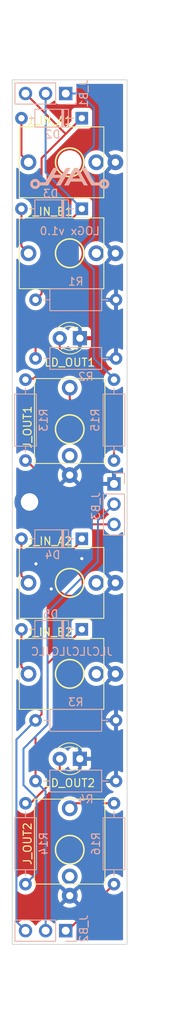
<source format=kicad_pcb>
(kicad_pcb (version 20211014) (generator pcbnew)
  (layers (0 "F.Cu" signal) (31 "B.Cu" signal) (34 "B.Paste" user) (35 "F.Paste" user) (36 "B.SilkS" user "B.Silkscreen") (37 "F.SilkS" user "F.Silkscreen") (38 "B.Mask" user) (39 "F.Mask" user) (44 "Edge.Cuts" user))
  (net 0 "")
  (net 1 "GND")
  (net 6 "Net-(J_B1-Pad1)")
  (net 7 "Net-(J_B2-Pad1)")
  (net 8 "Net-(D3-Pad1)")
  (net 9 "Net-(D2-Pad1)")
  (net 10 "Net-(J_OUT1-PadSIG)")
  (net 11 "Net-(J_OUT2-PadSIG)")
  (net 12 "Net-(J_B3-Pad2)")
  (net 13 "Net-(LD_OUT2-Pad2)")
  (net 14 "Net-(J_B3-Pad3)")
  (net 15 "Net-(LD_OUT1-Pad2)")
  (net 16 "Net-(D4-Pad1)")
  (net 17 "Net-(D5-Pad1)")
  (net 20 "Net-(D4-Pad2)")
  (net 21 "Net-(D5-Pad2)")
  (net 22 "Net-(D3-Pad2)")
  (net 23 "Net-(D2-Pad2)")
  (footprint "Eurorack:PJ301M-12" (layer "F.Cu") (at 42.926 102.87 90)
    (fp_text reference "J_IN_A2" (at 5.2324 -2.54 unlocked) (layer "F.SilkS"))
    (fp_text value "PJ301M-12" hide)
    (fp_rect (start -4.455 -6.362039) (end 4.445 4.305961) (layer "F.SilkS") (width 0.12) (fill none))
    (fp_circle (center 0 0) (end 1.796051 0) (layer "F.SilkS") (width 0.2) (fill none))
    (pad "GND" thru_hole circle (at 0 5.766 90) (size 2 2) (drill 0.9) (layers *.Cu *.Mask) (net 1 "GND"))
    (pad "SIG" thru_hole circle (at 0 -5.207 90) (size 2 2) (drill 1.15) (layers *.Cu *.Mask) (net 20 "Net-(D4-Pad2)"))
    (pad "SW" thru_hole circle (at 0 3.353 90) (size 2 2) (drill 1.14) (layers *.Cu *.Mask))
    (zone (net 0) (net_name "") (layer "F.Cu") (connect_pads (clearance 0)) (min_thickness 0.254)
      (keepout (tracks not_allowed) (vias not_allowed) (pads not_allowed) (copperpour not_allowed) (footprints allowed))
      (fill (thermal_gap 0.508) (thermal_bridge_width 0.508))
      (polygon (pts (xy 42.926 101.364859) (xy 42.680171 101.38507) (xy 42.440945 101.445159) (xy 42.214744 101.543514) (xy 42.007645 101.677492) (xy 41.82521 101.843496) (xy 41.672336 102.037068) (xy 41.553131 102.253008) (xy 41.470794 102.485518) (xy 41.427539 102.728354) (xy 41.424525 102.974993) (xy 41.461835 103.218813) (xy 41.538466 103.453266) (xy 41.65236 103.672054) (xy 41.800458 103.869303) (xy 41.978784 104.039714) (xy 42.182548 104.178712) (xy 42.406278 104.282564) (xy 42.643965 104.348481) (xy 42.889226 104.374692) (xy 43.135475 104.360493) (xy 43.376099 104.306266) (xy 43.604634 104.213468) (xy 43.814945 104.084589) (xy 44.001382 103.923092) (xy 44.158939 103.733313) (xy 44.283385 103.52035) (xy 44.371377 103.289921) (xy 44.420553 103.048215) (xy 44.429592 102.801722) (xy 44.39825 102.557064) (xy 44.32737 102.320809) (xy 44.218856 102.099303) (xy 44.075621 101.898495) (xy 43.901512 101.723777) (xy 43.701205 101.579842) (xy 43.480079 101.470555) (xy 43.244074 101.398851) (xy 42.999526 101.366656)))
    )
  )
  (footprint "Eurorack:PJ301M-12" (layer "F.Cu") (at 42.926 50.038 90)
    (fp_text reference "J_IN_A1" (at 5.2324 -2.54 unlocked) (layer "F.SilkS"))
    (fp_text value "PJ301M-12" hide)
    (fp_rect (start -4.455 -6.362039) (end 4.445 4.305961) (layer "F.SilkS") (width 0.12) (fill none))
    (fp_circle (center 0 0) (end 1.796051 0) (layer "F.SilkS") (width 0.2) (fill none))
    (pad "GND" thru_hole circle (at 0 5.766 90) (size 2 2) (drill 0.9) (layers *.Cu *.Mask) (net 1 "GND"))
    (pad "SIG" thru_hole circle (at 0 -5.207 90) (size 2 2) (drill 1.15) (layers *.Cu *.Mask) (net 23 "Net-(D2-Pad2)"))
    (pad "SW" thru_hole circle (at 0 3.353 90) (size 2 2) (drill 1.14) (layers *.Cu *.Mask))
    (zone (net 0) (net_name "") (layer "F.Cu") (connect_pads (clearance 0)) (min_thickness 0.254)
      (keepout (tracks not_allowed) (vias not_allowed) (pads not_allowed) (copperpour not_allowed) (footprints allowed))
      (fill (thermal_gap 0.508) (thermal_bridge_width 0.508))
      (polygon (pts (xy 42.926 48.532859) (xy 42.680171 48.55307) (xy 42.440945 48.613159) (xy 42.214744 48.711514) (xy 42.007645 48.845492) (xy 41.82521 49.011496) (xy 41.672336 49.205068) (xy 41.553131 49.421008) (xy 41.470794 49.653518) (xy 41.427539 49.896354) (xy 41.424525 50.142993) (xy 41.461835 50.386813) (xy 41.538466 50.621266) (xy 41.65236 50.840054) (xy 41.800458 51.037303) (xy 41.978784 51.207714) (xy 42.182548 51.346712) (xy 42.406278 51.450564) (xy 42.643965 51.516481) (xy 42.889226 51.542692) (xy 43.135475 51.528493) (xy 43.376099 51.474266) (xy 43.604634 51.381468) (xy 43.814945 51.252589) (xy 44.001382 51.091092) (xy 44.158939 50.901313) (xy 44.283385 50.68835) (xy 44.371377 50.457921) (xy 44.420553 50.216215) (xy 44.429592 49.969722) (xy 44.39825 49.725064) (xy 44.32737 49.488809) (xy 44.218856 49.267303) (xy 44.075621 49.066495) (xy 43.901512 48.891777) (xy 43.701205 48.747842) (xy 43.480079 48.638555) (xy 43.244074 48.566851) (xy 42.999526 48.534656)))
    )
  )
  (footprint "LED_THT:LED_D3.0mm_FlatTop" (layer "F.Cu") (at 44.201 124.968 180)
    (fp_text reference "LD_OUT2" (at 1.275 -3.048) (layer "F.SilkS"))
    (fp_text value "LED")
    (fp_line (start -0.29 -1.236) (end -0.29 -1.08) (layer "F.SilkS") (width 0.12))
    (fp_line (start -0.29 1.08) (end -0.29 1.236) (layer "F.SilkS") (width 0.12))
    (fp_arc (start 0.229039 -1.08) (mid 1.270117 -1.5) (end 2.31113 -1.079837) (layer "F.SilkS") (width 0.12))
    (fp_arc (start 2.942335 1.078608) (mid 1.366487 1.987659) (end -0.29 1.235516) (layer "F.SilkS") (width 0.12))
    (fp_arc (start 2.31113 1.079837) (mid 1.270117 1.5) (end 0.229039 1.08) (layer "F.SilkS") (width 0.12))
    (fp_arc (start -0.29 -1.235516) (mid 1.366487 -1.987659) (end 2.942335 -1.078608) (layer "F.SilkS") (width 0.12))
    (pad "1" thru_hole rect (at 0 0 180) (size 1.8 1.8) (drill 0.9) (layers *.Cu *.Mask) (net 1 "GND"))
    (pad "2" thru_hole circle (at 2.54 0 180) (size 1.8 1.8) (drill 0.9) (layers *.Cu *.Mask) (net 13 "Net-(LD_OUT2-Pad2)"))
  )
  (footprint "Eurorack:PJ301M-12" (layer "F.Cu") (at 42.926 136.398)
    (fp_text reference "J_OUT2" (at -5.334 -0.762 90 unlocked) (layer "F.SilkS"))
    (fp_text value "PJ301M-12" hide)
    (fp_rect (start -4.455 -6.362039) (end 4.445 4.305961) (layer "F.SilkS") (width 0.12) (fill none))
    (fp_circle (center 0 0) (end 1.796051 0) (layer "F.SilkS") (width 0.2) (fill none))
    (pad "GND" thru_hole circle (at 0 5.766) (size 2 2) (drill 0.9) (layers *.Cu *.Mask) (net 1 "GND"))
    (pad "SIG" thru_hole circle (at 0 -5.207) (size 2 2) (drill 1.15) (layers *.Cu *.Mask) (net 11 "Net-(J_OUT2-PadSIG)"))
    (pad "SW" thru_hole circle (at 0 3.353) (size 2 2) (drill 1.14) (layers *.Cu *.Mask))
    (zone (net 0) (net_name "") (layer "F.Cu") (connect_pads (clearance 0)) (min_thickness 0.254)
      (keepout (tracks not_allowed) (vias not_allowed) (pads not_allowed) (copperpour not_allowed) (footprints allowed))
      (fill (thermal_gap 0.508) (thermal_bridge_width 0.508))
      (polygon (pts (xy 44.431141 136.398) (xy 44.41093 136.152171) (xy 44.350841 135.912945) (xy 44.252486 135.686744) (xy 44.118508 135.479645) (xy 43.952504 135.29721) (xy 43.758932 135.144336) (xy 43.542992 135.025131) (xy 43.310482 134.942794) (xy 43.067646 134.899539) (xy 42.821007 134.896525) (xy 42.577187 134.933835) (xy 42.342734 135.010466) (xy 42.123946 135.12436) (xy 41.926697 135.272458) (xy 41.756286 135.450784) (xy 41.617288 135.654548) (xy 41.513436 135.878278) (xy 41.447519 136.115965) (xy 41.421308 136.361226) (xy 41.435507 136.607475) (xy 41.489734 136.848099) (xy 41.582532 137.076634) (xy 41.711411 137.286945) (xy 41.872908 137.473382) (xy 42.062687 137.630939) (xy 42.27565 137.755385) (xy 42.506079 137.843377) (xy 42.747785 137.892553) (xy 42.994278 137.901592) (xy 43.238936 137.87025) (xy 43.475191 137.79937) (xy 43.696697 137.690856) (xy 43.897505 137.547621) (xy 44.072223 137.373512) (xy 44.216158 137.173205) (xy 44.325445 136.952079) (xy 44.397149 136.716074) (xy 44.429344 136.471526)))
    )
  )
  (footprint "Eurorack:PJ301M-12" (layer "F.Cu") (at 42.926 61.468 90)
    (fp_text reference "J_IN_B1" (at 5.2324 -2.54 unlocked) (layer "F.SilkS"))
    (fp_text value "PJ301M-12" hide)
    (fp_rect (start -4.455 -6.362039) (end 4.445 4.305961) (layer "F.SilkS") (width 0.12) (fill none))
    (fp_circle (center 0 0) (end 1.796051 0) (layer "F.SilkS") (width 0.2) (fill none))
    (pad "GND" thru_hole circle (at 0 5.766 90) (size 2 2) (drill 0.9) (layers *.Cu *.Mask) (net 1 "GND"))
    (pad "SIG" thru_hole circle (at 0 -5.207 90) (size 2 2) (drill 1.15) (layers *.Cu *.Mask) (net 22 "Net-(D3-Pad2)"))
    (pad "SW" thru_hole circle (at 0 3.353 90) (size 2 2) (drill 1.14) (layers *.Cu *.Mask))
    (zone (net 0) (net_name "") (layer "F.Cu") (connect_pads (clearance 0)) (min_thickness 0.254)
      (keepout (tracks not_allowed) (vias not_allowed) (pads not_allowed) (copperpour not_allowed) (footprints allowed))
      (fill (thermal_gap 0.508) (thermal_bridge_width 0.508))
      (polygon (pts (xy 42.926 59.962859) (xy 42.680171 59.98307) (xy 42.440945 60.043159) (xy 42.214744 60.141514) (xy 42.007645 60.275492) (xy 41.82521 60.441496) (xy 41.672336 60.635068) (xy 41.553131 60.851008) (xy 41.470794 61.083518) (xy 41.427539 61.326354) (xy 41.424525 61.572993) (xy 41.461835 61.816813) (xy 41.538466 62.051266) (xy 41.65236 62.270054) (xy 41.800458 62.467303) (xy 41.978784 62.637714) (xy 42.182548 62.776712) (xy 42.406278 62.880564) (xy 42.643965 62.946481) (xy 42.889226 62.972692) (xy 43.135475 62.958493) (xy 43.376099 62.904266) (xy 43.604634 62.811468) (xy 43.814945 62.682589) (xy 44.001382 62.521092) (xy 44.158939 62.331313) (xy 44.283385 62.11835) (xy 44.371377 61.887921) (xy 44.420553 61.646215) (xy 44.429592 61.399722) (xy 44.39825 61.155064) (xy 44.32737 60.918809) (xy 44.218856 60.697303) (xy 44.075621 60.496495) (xy 43.901512 60.321777) (xy 43.701205 60.177842) (xy 43.480079 60.068555) (xy 43.244074 59.996851) (xy 42.999526 59.964656)))
    )
  )
  (footprint "LED_THT:LED_D3.0mm_FlatTop" (layer "F.Cu") (at 44.206 72.136 180)
    (fp_text reference "LD_OUT1" (at 1.275 -3.048) (layer "F.SilkS"))
    (fp_text value "LED")
    (fp_line (start -0.29 -1.236) (end -0.29 -1.08) (layer "F.SilkS") (width 0.12))
    (fp_line (start -0.29 1.08) (end -0.29 1.236) (layer "F.SilkS") (width 0.12))
    (fp_arc (start 0.229039 -1.08) (mid 1.270117 -1.5) (end 2.31113 -1.079837) (layer "F.SilkS") (width 0.12))
    (fp_arc (start 2.31113 1.079837) (mid 1.270117 1.5) (end 0.229039 1.08) (layer "F.SilkS") (width 0.12))
    (fp_arc (start 2.942335 1.078608) (mid 1.366487 1.987659) (end -0.29 1.235516) (layer "F.SilkS") (width 0.12))
    (fp_arc (start -0.29 -1.235516) (mid 1.366487 -1.987659) (end 2.942335 -1.078608) (layer "F.SilkS") (width 0.12))
    (pad "1" thru_hole rect (at 0 0 180) (size 1.8 1.8) (drill 0.9) (layers *.Cu *.Mask) (net 1 "GND"))
    (pad "2" thru_hole circle (at 2.54 0 180) (size 1.8 1.8) (drill 0.9) (layers *.Cu *.Mask) (net 15 "Net-(LD_OUT1-Pad2)"))
  )
  (footprint "Eurorack:M2 Screw Hole" (layer "F.Cu") (at 37.846 92.71)
    (fp_text reference "REF**" hide)
    (fp_text value "M2 Screw Hole" hide)
    (pad "" thru_hole circle (at 0 0) (size 3.8 3.8) (drill 2.2) (layers *.Cu *.Mask) (net 1 "GND"))
  )
  (footprint "Eurorack:PJ301M-12" (layer "F.Cu") (at 42.926 114.3 90)
    (fp_text reference "J_IN_B2" (at 5.2324 -2.54 unlocked) (layer "F.SilkS"))
    (fp_text value "PJ301M-12" hide)
    (fp_rect (start -4.455 -6.362039) (end 4.445 4.305961) (layer "F.SilkS") (width 0.12) (fill none))
    (fp_circle (center 0 0) (end 1.796051 0) (layer "F.SilkS") (width 0.2) (fill none))
    (pad "GND" thru_hole circle (at 0 5.766 90) (size 2 2) (drill 0.9) (layers *.Cu *.Mask) (net 1 "GND"))
    (pad "SIG" thru_hole circle (at 0 -5.207 90) (size 2 2) (drill 1.15) (layers *.Cu *.Mask) (net 21 "Net-(D5-Pad2)"))
    (pad "SW" thru_hole circle (at 0 3.353 90) (size 2 2) (drill 1.14) (layers *.Cu *.Mask))
    (zone (net 0) (net_name "") (layer "F.Cu") (connect_pads (clearance 0)) (min_thickness 0.254)
      (keepout (tracks not_allowed) (vias not_allowed) (pads not_allowed) (copperpour not_allowed) (footprints allowed))
      (fill (thermal_gap 0.508) (thermal_bridge_width 0.508))
      (polygon (pts (xy 42.926 112.794859) (xy 42.680171 112.81507) (xy 42.440945 112.875159) (xy 42.214744 112.973514) (xy 42.007645 113.107492) (xy 41.82521 113.273496) (xy 41.672336 113.467068) (xy 41.553131 113.683008) (xy 41.470794 113.915518) (xy 41.427539 114.158354) (xy 41.424525 114.404993) (xy 41.461835 114.648813) (xy 41.538466 114.883266) (xy 41.65236 115.102054) (xy 41.800458 115.299303) (xy 41.978784 115.469714) (xy 42.182548 115.608712) (xy 42.406278 115.712564) (xy 42.643965 115.778481) (xy 42.889226 115.804692) (xy 43.135475 115.790493) (xy 43.376099 115.736266) (xy 43.604634 115.643468) (xy 43.814945 115.514589) (xy 44.001382 115.353092) (xy 44.158939 115.163313) (xy 44.283385 114.95035) (xy 44.371377 114.719921) (xy 44.420553 114.478215) (xy 44.429592 114.231722) (xy 44.39825 113.987064) (xy 44.32737 113.750809) (xy 44.218856 113.529303) (xy 44.075621 113.328495) (xy 43.901512 113.153777) (xy 43.701205 113.009842) (xy 43.480079 112.900555) (xy 43.244074 112.828851) (xy 42.999526 112.796656)))
    )
  )
  (footprint "Eurorack:PJ301M-12" (layer "F.Cu") (at 42.926 83.566)
    (fp_text reference "J_OUT1" (at -5.334 -0.254 90 unlocked) (layer "F.SilkS"))
    (fp_text value "PJ301M-12" hide)
    (fp_rect (start -4.455 -6.362039) (end 4.445 4.305961) (layer "F.SilkS") (width 0.12) (fill none))
    (fp_circle (center 0 0) (end 1.796051 0) (layer "F.SilkS") (width 0.2) (fill none))
    (pad "GND" thru_hole circle (at 0 5.766) (size 2 2) (drill 0.9) (layers *.Cu *.Mask) (net 1 "GND"))
    (pad "SIG" thru_hole circle (at 0 -5.207) (size 2 2) (drill 1.15) (layers *.Cu *.Mask) (net 10 "Net-(J_OUT1-PadSIG)"))
    (pad "SW" thru_hole circle (at 0 3.353) (size 2 2) (drill 1.14) (layers *.Cu *.Mask))
    (zone (net 0) (net_name "") (layer "F.Cu") (connect_pads (clearance 0)) (min_thickness 0.254)
      (keepout (tracks not_allowed) (vias not_allowed) (pads not_allowed) (copperpour not_allowed) (footprints allowed))
      (fill (thermal_gap 0.508) (thermal_bridge_width 0.508))
      (polygon (pts (xy 44.431141 83.566) (xy 44.41093 83.320171) (xy 44.350841 83.080945) (xy 44.252486 82.854744) (xy 44.118508 82.647645) (xy 43.952504 82.46521) (xy 43.758932 82.312336) (xy 43.542992 82.193131) (xy 43.310482 82.110794) (xy 43.067646 82.067539) (xy 42.821007 82.064525) (xy 42.577187 82.101835) (xy 42.342734 82.178466) (xy 42.123946 82.29236) (xy 41.926697 82.440458) (xy 41.756286 82.618784) (xy 41.617288 82.822548) (xy 41.513436 83.046278) (xy 41.447519 83.283965) (xy 41.421308 83.529226) (xy 41.435507 83.775475) (xy 41.489734 84.016099) (xy 41.582532 84.244634) (xy 41.711411 84.454945) (xy 41.872908 84.641382) (xy 42.062687 84.798939) (xy 42.27565 84.923385) (xy 42.506079 85.011377) (xy 42.747785 85.060553) (xy 42.994278 85.069592) (xy 43.238936 85.03825) (xy 43.475191 84.96737) (xy 43.696697 84.858856) (xy 43.897505 84.715621) (xy 44.072223 84.541512) (xy 44.216158 84.341205) (xy 44.325445 84.120079) (xy 44.397149 83.884074) (xy 44.429344 83.639526)))
    )
  )
  (footprint "Resistor_THT:R_Axial_DIN0207_L6.3mm_D2.5mm_P10.16mm_Horizontal" (layer "B.Cu") (at 48.514 140.716 90)
    (fp_text reference "R16" (at 5.08 -2.286 90) (layer "B.SilkS") (effects (justify mirror)))
    (fp_text value "1k")
    (fp_line (start 8.35 -1.37) (end 8.35 1.37) (layer "B.SilkS") (width 0.12))
    (fp_line (start 8.35 1.37) (end 1.81 1.37) (layer "B.SilkS") (width 0.12))
    (fp_line (start 1.81 1.37) (end 1.81 -1.37) (layer "B.SilkS") (width 0.12))
    (fp_line (start 1.81 -1.37) (end 8.35 -1.37) (layer "B.SilkS") (width 0.12))
    (fp_line (start 9.12 0) (end 8.35 0) (layer "B.SilkS") (width 0.12))
    (fp_line (start 1.04 0) (end 1.81 0) (layer "B.SilkS") (width 0.12))
    (pad "1" thru_hole circle (at 0 0 90) (size 1.6 1.6) (drill 0.8) (layers *.Cu *.Mask) (net 7 "Net-(J_B2-Pad1)"))
    (pad "2" thru_hole oval (at 10.16 0 90) (size 1.6 1.6) (drill 0.8) (layers *.Cu *.Mask) (net 11 "Net-(J_OUT2-PadSIG)"))
  )
  (footprint "Diode_THT:D_DO-35_SOD27_P7.62mm_Horizontal" (layer "B.Cu") (at 44.45 97.3328 180)
    (fp_text reference "D4" (at 3.683 -2.032 180) (layer "B.SilkS") (effects (justify mirror)))
    (fp_text value "1N4148")
    (fp_line (start 1.69 1.12) (end 1.69 -1.12) (layer "B.SilkS") (width 0.12))
    (fp_line (start 1.04 0) (end 1.69 0) (layer "B.SilkS") (width 0.12))
    (fp_line (start 2.41 1.12) (end 2.41 -1.12) (layer "B.SilkS") (width 0.12))
    (fp_line (start 2.29 1.12) (end 2.29 -1.12) (layer "B.SilkS") (width 0.12))
    (fp_line (start 1.69 -1.12) (end 5.93 -1.12) (layer "B.SilkS") (width 0.12))
    (fp_line (start 6.58 0) (end 5.93 0) (layer "B.SilkS") (width 0.12))
    (fp_line (start 5.93 1.12) (end 1.69 1.12) (layer "B.SilkS") (width 0.12))
    (fp_line (start 2.53 1.12) (end 2.53 -1.12) (layer "B.SilkS") (width 0.12))
    (fp_line (start 5.93 -1.12) (end 5.93 1.12) (layer "B.SilkS") (width 0.12))
    (pad "1" thru_hole rect (at 0 0 180) (size 1.6 1.6) (drill 0.8) (layers *.Cu *.Mask) (net 16 "Net-(D4-Pad1)"))
    (pad "2" thru_hole oval (at 7.62 0 180) (size 1.6 1.6) (drill 0.8) (layers *.Cu *.Mask) (net 20 "Net-(D4-Pad2)"))
  )
  (footprint "Logos:Avalon Harmonics Small 10mm" (layer "B.Cu") (at 42.926 52.07 180)
    (fp_text reference "G***" hide)
    (fp_text value "LOGO" hide)
    (fp_poly (pts (xy 0.079214 0.227091) (xy 0.134256 0.131095) (xy 0.188032 0.037276) (xy 0.240338 -0.054013) (xy 0.290972 -0.142414) (xy 0.33973 -0.227574) (xy 0.386409 -0.309134) (xy 0.430806 -0.386741) (xy 0.472718 -0.460038) (xy 0.511941 -0.528669) (xy 0.548273 -0.592279) (xy 0.581509 -0.650513) (xy 0.611448 -0.703013) (xy 0.637885 -0.749426) (xy 0.660618 -0.789394) (xy 0.679444 -0.822562) (xy 0.694158 -0.848575) (xy 0.704559 -0.867077) (xy 0.710442 -0.877711) (xy 0.711763 -0.880283) (xy 0.711837 -0.882078) (xy 0.71049 -0.883604) (xy 0.706995 -0.884881) (xy 0.700627 -0.885932) (xy 0.69066 -0.886779) (xy 0.676367 -0.887444) (xy 0.657023 -0.887948) (xy 0.631901 -0.888313) (xy 0.600275 -0.888562) (xy 0.56142 -0.888716) (xy 0.514608 -0.888797) (xy 0.459115 -0.888827) (xy 0.428224 -0.88883) (xy 0.142292 -0.88883) (xy 0.133055 -0.875399) (xy 0.128991 -0.868639) (xy 0.12071 -0.854153) (xy 0.108682 -0.832783) (xy 0.093376 -0.805375) (xy 0.07526 -0.77277) (xy 0.054805 -0.735813) (xy 0.032479 -0.695348) (xy 0.008751 -0.652217) (xy -0.002787 -0.631199) (xy -0.129392 -0.400429) (xy -0.830212 -0.401666) (xy -1.531033 -0.402904) (xy -1.658008 -0.640212) (xy -1.681852 -0.684744) (xy -1.704378 -0.726755) (xy -1.725154 -0.765444) (xy -1.743748 -0.80001) (xy -1.759728 -0.829649) (xy -1.772662 -0.853561) (xy -1.782118 -0.870944) (xy -1.787663 -0.880996) (xy -1.788935 -0.883175) (xy -1.794381 -0.884259) (xy -1.808401 -0.885243) (xy -1.829893 -0.886123) (xy -1.857756 -0.886896) (xy -1.890887 -0.887558) (xy -1.928184 -0.888105) (xy -1.968546 -0.888535) (xy -2.010869 -0.888843) (xy -2.054053 -0.889025) (xy -2.096995 -0.889079) (xy -2.138593 -0.889) (xy -2.177745 -0.888785) (xy -2.213349 -0.88843) (xy -2.244303 -0.887932) (xy -2.269505 -0.887287) (xy -2.287853 -0.886492) (xy -2.298245 -0.885542) (xy -2.300212 -0.884849) (xy -2.297839 -0.880307) (xy -2.290853 -0.867621) (xy -2.279455 -0.847145) (xy -2.263844 -0.819234) (xy -2.244221 -0.784242) (xy -2.220786 -0.742526) (xy -2.193738 -0.694438) (xy -2.163277 -0.640335) (xy -2.129604 -0.580571) (xy -2.092918 -0.5155) (xy -2.05342 -0.445478) (xy -2.01131 -0.370859) (xy -1.966787 -0.291999) (xy -1.920052 -0.209251) (xy -1.871304 -0.122971) (xy -1.820744 -0.033514) (xy -1.799726 0.003662) (xy -1.307377 0.003662) (xy -1.302892 0.003148) (xy -1.289294 0.002655) (xy -1.267238 0.002189) (xy -1.237378 0.001754) (xy -1.200369 0.001355) (xy -1.156865 0.000998) (xy -1.107521 0.000688) (xy -1.052992 0.000429) (xy -0.993932 0.000226) (xy -0.930995 0.000085) (xy -0.864837 0.000011) (xy -0.827549 0) (xy -0.748188 0.000007) (xy -0.678034 0.000034) (xy -0.616527 0.000093) (xy -0.563106 0.000191) (xy -0.517211 0.00034) (xy -0.478282 0.00055) (xy -0.445759 0.000829) (xy -0.41908 0.001189) (xy -0.397686 0.001639) (xy -0.381017 0.002188) (xy -0.368511 0.002847) (xy -0.35961 0.003626) (xy -0.353751 0.004535) (xy -0.350376 0.005583) (xy -0.348924 0.00678) (xy -0.348834 0.008137) (xy -0.348941 0.008456) (xy -0.351827 0.01437) (xy -0.358834 0.028025) (xy -0.3695 0.048537) (xy -0.383359 0.075024) (xy -0.39995 0.106601) (xy -0.418809 0.142385) (xy -0.439472 0.181492) (xy -0.460988 0.222117) (xy -0.486515 0.270262) (xy -0.515534 0.324993) (xy -0.54696 0.384262) (xy -0.579708 0.446025) (xy -0.612694 0.508238) (xy -0.644834 0.568854) (xy -0.675044 0.62583) (xy -0.693537 0.660708) (xy -0.721627 0.713558) (xy -0.745547 0.758261) (xy -0.765603 0.795354) (xy -0.782099 0.825371) (xy -0.79534 0.848849) (xy -0.805632 0.866322) (xy -0.813281 0.878326) (xy -0.818591 0.885397) (xy -0.821867 0.888071) (xy -0.822973 0.887799) (xy -0.826055 0.882718) (xy -0.833487 0.869639) (xy -0.844949 0.84914) (xy -0.860122 0.821801) (xy -0.878687 0.788202) (xy -0.900324 0.748924) (xy -0.924715 0.704546) (xy -0.95154 0.655648) (xy -0.98048 0.60281) (xy -1.011215 0.546612) (xy -1.043428 0.487634) (xy -1.067007 0.444414) (xy -1.100009 0.383894) (xy -1.131696 0.325787) (xy -1.161755 0.270666) (xy -1.189871 0.219107) (xy -1.215733 0.171685) (xy -1.239025 0.128975) (xy -1.259435 0.091551) (xy -1.276649 0.05999) (xy -1.290353 0.034864) (xy -1.300234 0.01675) (xy -1.305979 0.006222) (xy -1.307377 0.003662) (xy -1.799726 0.003662) (xy -1.768572 0.058766) (xy -1.714987 0.153514) (xy -1.675947 0.222525) (xy -1.051683 1.325918) (xy -0.550942 1.325918)) (layer "B.SilkS") (width 0) (fill solid))
    (fp_poly (pts (xy -1.87207 1.327501) (xy -1.82226 1.327375) (xy -1.771507 1.327185) (xy -1.479661 1.325918) (xy -2.102928 0.224649) (xy -2.157419 0.128397) (xy -2.210695 0.034346) (xy -2.262554 -0.057147) (xy -2.312792 -0.145727) (xy -2.361207 -0.231036) (xy -2.407596 -0.312719) (xy -2.451756 -0.390419) (xy -2.493483 -0.463781) (xy -2.532575 -0.532447) (xy -2.568828 -0.596061) (xy -2.60204 -0.654268) (xy -2.632007 -0.70671) (xy -2.658527 -0.753032) (xy -2.681397 -0.792877) (xy -2.700413 -0.825888) (xy -2.715372 -0.851711) (xy -2.726071 -0.869987) (xy -2.732309 -0.880361) (xy -2.733903 -0.882725) (xy -2.737115 -0.883747) (xy -2.744335 -0.884657) (xy -2.756031 -0.88546) (xy -2.77267 -0.886161) (xy -2.79472 -0.886767) (xy -2.822649 -0.887282) (xy -2.856923 -0.887713) (xy -2.89801 -0.888065) (xy -2.946379 -0.888342) (xy -3.002495 -0.888552) (xy -3.066828 -0.888699) (xy -3.139844 -0.888789) (xy -3.22201 -0.888827) (xy -3.250181 -0.88883) (xy -3.758752 -0.88883) (xy -3.774074 -0.929165) (xy -3.804344 -0.995334) (xy -3.843004 -1.057481) (xy -3.889275 -1.114946) (xy -3.942376 -1.167069) (xy -4.001527 -1.213189) (xy -4.065947 -1.252647) (xy -4.134856 -1.284781) (xy -4.207475 -1.308931) (xy -4.229264 -1.314381) (xy -4.252967 -1.318544) (xy -4.283528 -1.32197) (xy -4.318337 -1.324553) (xy -4.354784 -1.326188) (xy -4.390261 -1.326771) (xy -4.422157 -1.326196) (xy -4.447863 -1.324359) (xy -4.454584 -1.323451) (xy -4.532567 -1.306326) (xy -4.606473 -1.280629) (xy -4.675771 -1.24686) (xy -4.739931 -1.205519) (xy -4.798422 -1.157107) (xy -4.850712 -1.102122) (xy -4.89627 -1.041066) (xy -4.934566 -0.974438) (xy -4.965069 -0.90274) (xy -4.987247 -0.82647) (xy -4.988587 -0.820458) (xy -4.994022 -0.787315) (xy -4.997683 -0.747771) (xy -4.999487 -0.705045) (xy -4.999443 -0.691041) (xy -4.641204 -0.691041) (xy -4.636772 -0.743233) (xy -4.623237 -0.791966) (xy -4.600734 -0.836914) (xy -4.569401 -0.877754) (xy -4.557245 -0.890181) (xy -4.516528 -0.92304) (xy -4.471813 -0.947351) (xy -4.424108 -0.962872) (xy -4.374423 -0.969358) (xy -4.323768 -0.966569) (xy -4.280542 -0.956673) (xy -4.234505 -0.937318) (xy -4.192866 -0.90977) (xy -4.156596 -0.874985) (xy -4.126664 -0.833917) (xy -4.104042 -0.78752) (xy -4.101495 -0.7806) (xy -4.094633 -0.753061) (xy -4.090676 -0.719651) (xy -4.089666 -0.683817) (xy -4.091644 -0.649007) (xy -4.096651 -0.61867) (xy -4.099438 -0.60878) (xy -4.119298 -0.563324) (xy -4.147243 -0.521639) (xy -4.181947 -0.485078) (xy -4.222086 -0.454996) (xy -4.266337 -0.432747) (xy -4.274571 -0.429702) (xy -4.307143 -0.421371) (xy -4.344306 -0.416789) (xy -4.382164 -0.41614) (xy -4.416824 -0.41961) (xy -4.429494 -0.422341) (xy -4.475692 -0.438022) (xy -4.515848 -0.4599) (xy -4.552425 -0.489374) (xy -4.55892 -0.495694) (xy -4.592868 -0.535225) (xy -4.617538 -0.577094) (xy -4.633318 -0.622219) (xy -4.640591 -0.671514) (xy -4.641204 -0.691041) (xy -4.999443 -0.691041) (xy -4.999353 -0.662356) (xy -4.997198 -0.622922) (xy -4.994278 -0.597892) (xy -4.977785 -0.521332) (xy -4.952627 -0.448609) (xy -4.919339 -0.380274) (xy -4.878455 -0.316878) (xy -4.830506 -0.258971) (xy -4.776028 -0.207103) (xy -4.715553 -0.161824) (xy -4.649616 -0.123685) (xy -4.578749 -0.093236) (xy -4.503486 -0.071027) (xy -4.478331 -0.065706) (xy -4.434658 -0.059723) (xy -4.385446 -0.056955) (xy -4.334367 -0.057369) (xy -4.285095 -0.060932) (xy -4.2413 -0.067613) (xy -4.240332 -0.067814) (xy -4.162289 -0.089013) (xy -4.088289 -0.119086) (xy -4.018012 -0.158164) (xy -4.007441 -0.165029) (xy -3.984397 -0.182181) (xy -3.957543 -0.205181) (xy -3.928881 -0.232027) (xy -3.900413 -0.260718) (xy -3.874141 -0.289251) (xy -3.852068 -0.315624) (xy -3.83907 -0.333384) (xy -3.82465 -0.356465) (xy -3.80905 -0.383862) (xy -3.793722 -0.412791) (xy -3.780116 -0.440464) (xy -3.769685 -0.464097) (xy -3.766188 -0.473311) (xy -3.760939 -0.488368) (xy -3.429816 -0.488153) (xy -3.098693 -0.487939) (xy -2.5861 0.418316) (xy -2.536771 0.505495) (xy -2.488688 0.590411) (xy -2.442072 0.672671) (xy -2.397147 0.751885) (xy -2.354136 0.827662) (xy -2.313261 0.89961) (xy -2.274746 0.967339) (xy -2.238813 1.030458) (xy -2.205685 1.088574) (xy -2.175586 1.141298) (xy -2.148738 1.188238) (xy -2.125365 1.229003) (xy -2.105688 1.263202) (xy -2.089932 1.290443) (xy -2.078319 1.310336) (xy -2.071072 1.322489) (xy -2.06843 1.326511) (xy -2.062756 1.32684) (xy -2.048181 1.327109) (xy -2.025569 1.327317) (xy -1.995787 1.327462) (xy -1.959699 1.327543) (xy -1.918172 1.327556)) (layer "B.SilkS") (width 0) (fill solid))
    (fp_poly (pts (xy 1.946635 1.327518) (xy 1.982523 1.327424) (xy 2.012075 1.327262) (xy 2.034427 1.327036) (xy 2.048711 1.326748) (xy 2.054029 1.326415) (xy 2.056934 1.322044) (xy 2.064465 1.309583) (xy 2.076396 1.289424) (xy 2.092504 1.261954) (xy 2.112562 1.227564) (xy 2.136347 1.186642) (xy 2.163633 1.139578) (xy 2.194195 1.086761) (xy 2.227809 1.02858) (xy 2.264249 0.965425) (xy 2.30329 0.897685) (xy 2.344708 0.825749) (xy 2.388279 0.750006) (xy 2.433776 0.670846) (xy 2.480975 0.588657) (xy 2.529651 0.50383) (xy 2.578861 0.418006) (xy 3.098368 -0.488368) (xy 3.760939 -0.488368) (xy 3.766188 -0.473311) (xy 3.774547 -0.452657) (xy 3.786788 -0.426604) (xy 3.801457 -0.397939) (xy 3.817106 -0.369447) (xy 3.832282 -0.343915) (xy 3.83907 -0.333384) (xy 3.856514 -0.310043) (xy 3.879721 -0.282986) (xy 3.906687 -0.254215) (xy 3.935407 -0.225736) (xy 3.963876 -0.199551) (xy 3.990091 -0.177666) (xy 4.007537 -0.164965) (xy 4.076138 -0.12475) (xy 4.146404 -0.094049) (xy 4.219001 -0.072661) (xy 4.294595 -0.060382) (xy 4.363565 -0.056953) (xy 4.443673 -0.061447) (xy 4.520348 -0.075079) (xy 4.59346 -0.097796) (xy 4.66288 -0.129544) (xy 4.72848 -0.17027) (xy 4.790129 -0.219919) (xy 4.815423 -0.24403) (xy 4.867287 -0.30277) (xy 4.911309 -0.367196) (xy 4.947247 -0.436859) (xy 4.974858 -0.511309) (xy 4.989206 -0.566507) (xy 4.993963 -0.596515) (xy 4.997106 -0.633317) (xy 4.998631 -0.674085) (xy 4.998534 -0.715992) (xy 4.996812 -0.756212) (xy 4.993461 -0.791918) (xy 4.989552 -0.815574) (xy 4.968233 -0.893625) (xy 4.938811 -0.966272) (xy 4.901146 -1.033766) (xy 4.855099 -1.096357) (xy 4.801989 -1.152912) (xy 4.741292 -1.204134) (xy 4.675818 -1.246846) (xy 4.605513 -1.281076) (xy 4.530322 -1.306853) (xy 4.492982 -1.316122) (xy 4.477604 -1.318611) (xy 4.455698 -1.320993) (xy 4.429367 -1.32316) (xy 4.400712 -1.325005) (xy 4.371837 -1.32642) (xy 4.344845 -1.327298) (xy 4.321839 -1.327532) (xy 4.304921 -1.327014) (xy 4.297635 -1.326102) (xy 4.28945 -1.324514) (xy 4.274626 -1.321937) (xy 4.256177 -1.318894) (xy 4.253682 -1.318493) (xy 4.195155 -1.305321) (xy 4.134701 -1.28472) (xy 4.075037 -1.257854) (xy 4.01888 -1.225885) (xy 3.988131 -1.204835) (xy 3.935209 -1.160892) (xy 3.886322 -1.110433) (xy 3.842792 -1.055192) (xy 3.80594 -0.9969) (xy 3.777091 -0.937289) (xy 3.770175 -0.919352) (xy 3.759122 -0.88883) (xy 3.249781 -0.88883) (xy 3.166047 -0.888811) (xy 3.09157 -0.888753) (xy 3.025841 -0.888648) (xy 2.968348 -0.888489) (xy 2.918582 -0.88827) (xy 2.876033 -0.887985) (xy 2.84019 -0.887627) (xy 2.810544 -0.88719) (xy 2.786584 -0.886666) (xy 2.767801 -0.88605) (xy 2.753683 -0.885336) (xy 2.743722 -0.884515) (xy 2.737406 -0.883583) (xy 2.734226 -0.882533) (xy 2.733862 -0.882252) (xy 2.730605 -0.877212) (xy 2.722825 -0.86424) (xy 2.710839 -0.843884) (xy 2.694966 -0.816694) (xy 2.675523 -0.783222) (xy 2.652829 -0.744016) (xy 2.6272 -0.699626) (xy 2.624615 -0.695139) (xy 4.087637 -0.695139) (xy 4.092248 -0.744618) (xy 4.105492 -0.791275) (xy 4.126484 -0.834284) (xy 4.154339 -0.872817) (xy 4.188171 -0.90605) (xy 4.227096 -0.933154) (xy 4.270229 -0.953304) (xy 4.316685 -0.965673) (xy 4.365579 -0.969436) (xy 4.380658 -0.968758) (xy 4.40288 -0.966182) (xy 4.426075 -0.962058) (xy 4.439006 -0.958953) (xy 4.486446 -0.9407) (xy 4.529314 -0.914287) (xy 4.566735 -0.880596) (xy 4.597831 -0.840508) (xy 4.621726 -0.794907) (xy 4.632527 -0.764296) (xy 4.638031 -0.737264) (xy 4.64083 -0.704666) (xy 4.641089 -0.691041) (xy 4.637014 -0.640155) (xy 4.62454 -0.593688) (xy 4.603291 -0.550749) (xy 4.572894 -0.510448) (xy 4.55892 -0.495694) (xy 4.519726 -0.46305) (xy 4.47667 -0.438801) (xy 4.430876 -0.422941) (xy 4.383469 -0.415467) (xy 4.335576 -0.416375) (xy 4.288321 -0.42566) (xy 4.24283 -0.44332) (xy 4.200228 -0.46935) (xy 4.168129 -0.497048) (xy 4.135117 -0.536739) (xy 4.110598 -0.581079) (xy 4.094795 -0.629518) (xy 4.08793 -0.68151) (xy 4.087637 -0.695139) (xy 2.624615 -0.695139) (xy 2.598955 -0.650603) (xy 2.568411 -0.597497) (xy 2.535887 -0.540857) (xy 2.5017 -0.481233) (xy 2.466169 -0.419176) (xy 2.458806 -0.406307) (xy 2.190329 0.06306) (xy 1.695857 0.063274) (xy 1.627265 0.063281) (xy 1.561494 0.063243) (xy 1.499193 0.063163) (xy 1.441012 0.063045) (xy 1.387601 0.06289) (xy 1.339609 0.062702) (xy 1.297686 0.062483) (xy 1.262482 0.062236) (xy 1.234647 0.061965) (xy 1.214831 0.061671) (xy 1.203683 0.061358) (xy 1.201384 0.061132) (xy 1.203763 0.056668) (xy 1.210694 0.044276) (xy 1.221866 0.024497) (xy 1.23697 -0.002126) (xy 1.255698 -0.035049) (xy 1.277739 -0.07373) (xy 1.302783 -0.117627) (xy 1.330522 -0.166196) (xy 1.360646 -0.218894) (xy 1.392844 -0.275179) (xy 1.426809 -0.334509) (xy 1.462229 -0.39634) (xy 1.469986 -0.409875) (xy 1.505681 -0.472179) (xy 1.539986 -0.532103) (xy 1.572591 -0.589105) (xy 1.603188 -0.642641) (xy 1.631465 -0.692168) (xy 1.657114 -0.737142) (xy 1.679826 -0.777021) (xy 1.699289 -0.811261) (xy 1.715196 -0.839319) (xy 1.727236 -0.860651) (xy 1.7351 -0.874714) (xy 1.738478 -0.880966) (xy 1.738589 -0.881237) (xy 1.733845 -0.88172) (xy 1.720176 -0.882176) (xy 1.698422 -0.882597) (xy 1.669424 -0.882975) (xy 1.634024 -0.883302) (xy 1.593064 -0.88357) (xy 1.547384 -0.883772) (xy 1.497826 -0.8839) (xy 1.445231 -0.883946) (xy 1.148666 -0.883946) (xy 0.51695 0.217922) (xy 0.461867 0.314005) (xy 0.408055 0.407883) (xy 0.355716 0.499202) (xy 0.305051 0.58761) (xy 0.256264 0.672752) (xy 0.209557 0.754276) (xy 0.165132 0.831827) (xy 0.123192 0.905052) (xy 0.083939 0.973598) (xy 0.047575 1.037111) (xy 0.014304 1.095237) (xy -0.015674 1.147623) (xy -0.042154 1.193915) (xy -0.064935 1.23376) (xy -0.083815 1.266805) (xy -0.09859 1.292695) (xy -0.109059 1.311078) (xy -0.11502 1.321599) (xy -0.116407 1.324112) (xy -0.111964 1.324913) (xy -0.098464 1.325614) (xy -0.076617 1.326209) (xy -0.047134 1.32669) (xy -0.010726 1.327049) (xy 0.031899 1.327279) (xy 0.080028 1.327374) (xy 0.132953 1.327325) (xy 0.178461 1.327177) (xy 0.47497 1.325918) (xy 0.722075 0.894933) (xy 0.96918 0.463949) (xy 1.959071 0.463949) (xy 1.943061 0.49203) (xy 1.938344 0.500283) (xy 1.929137 0.516374) (xy 1.915804 0.539666) (xy 1.898711 0.569522) (xy 1.878222 0.605305) (xy 1.854702 0.646377) (xy 1.828516 0.692101) (xy 1.800029 0.741841) (xy 1.769605 0.794959) (xy 1.73761 0.850818) (xy 1.704408 0.90878) (xy 1.696254 0.923014) (xy 1.465459 1.325918) (xy 1.75708 1.327185) (xy 1.809636 1.327379) (xy 1.859326 1.327498) (xy 1.905281 1.327544)) (layer "B.SilkS") (width 0) (fill solid))
  )
  (footprint "Connector_PinHeader_2.54mm:PinHeader_1x03_P2.54mm_Vertical" (layer "B.Cu") (at 42.418 41.402 90)
    (fp_text reference "J_B1" (at 0 2.286 270) (layer "B.SilkS") (effects (justify mirror)))
    (fp_text value "Conn_01x03_Female")
    (fp_line (start -1.33 -1.27) (end 1.33 -1.27) (layer "B.SilkS") (width 0.12))
    (fp_line (start -1.33 1.33) (end 0 1.33) (layer "B.SilkS") (width 0.12))
    (fp_line (start -1.33 -1.27) (end -1.33 -6.41) (layer "B.SilkS") (width 0.12))
    (fp_line (start -1.33 -6.41) (end 1.33 -6.41) (layer "B.SilkS") (width 0.12))
    (fp_line (start 1.33 -1.27) (end 1.33 -6.41) (layer "B.SilkS") (width 0.12))
    (fp_line (start -1.33 0) (end -1.33 1.33) (layer "B.SilkS") (width 0.12))
    (pad "1" thru_hole rect (at 0 0 90) (size 1.7 1.7) (drill 1) (layers *.Cu *.Mask) (net 6 "Net-(J_B1-Pad1)"))
    (pad "2" thru_hole oval (at 0 -2.54 90) (size 1.7 1.7) (drill 1) (layers *.Cu *.Mask) (net 8 "Net-(D3-Pad1)"))
    (pad "3" thru_hole oval (at 0 -5.08 90) (size 1.7 1.7) (drill 1) (layers *.Cu *.Mask) (net 9 "Net-(D2-Pad1)"))
  )
  (footprint "Connector_PinHeader_2.54mm:PinHeader_1x03_P2.54mm_Vertical" (layer "B.Cu") (at 42.418 146.558 90)
    (fp_text reference "J_B2" (at 0.254 2.286 90) (layer "B.SilkS") (effects (justify mirror)))
    (fp_text value "Conn_01x03_Female")
    (fp_line (start -1.33 1.33) (end 0 1.33) (layer "B.SilkS") (width 0.12))
    (fp_line (start -1.33 -1.27) (end -1.33 -6.41) (layer "B.SilkS") (width 0.12))
    (fp_line (start -1.33 -6.41) (end 1.33 -6.41) (layer "B.SilkS") (width 0.12))
    (fp_line (start -1.33 -1.27) (end 1.33 -1.27) (layer "B.SilkS") (width 0.12))
    (fp_line (start -1.33 0) (end -1.33 1.33) (layer "B.SilkS") (width 0.12))
    (fp_line (start 1.33 -1.27) (end 1.33 -6.41) (layer "B.SilkS") (width 0.12))
    (pad "1" thru_hole rect (at 0 0 90) (size 1.7 1.7) (drill 1) (layers *.Cu *.Mask) (net 7 "Net-(J_B2-Pad1)"))
    (pad "2" thru_hole oval (at 0 -2.54 90) (size 1.7 1.7) (drill 1) (layers *.Cu *.Mask) (net 17 "Net-(D5-Pad1)"))
    (pad "3" thru_hole oval (at 0 -5.08 90) (size 1.7 1.7) (drill 1) (layers *.Cu *.Mask) (net 16 "Net-(D4-Pad1)"))
  )
  (footprint "Resistor_THT:R_Axial_DIN0207_L6.3mm_D2.5mm_P10.16mm_Horizontal" (layer "B.Cu") (at 38.608 67.31)
    (fp_text reference "R1" (at 5.08 -2.286) (layer "B.SilkS") (effects (justify mirror)))
    (fp_text value "100k")
    (fp_line (start 9.12 0) (end 8.35 0) (layer "B.SilkS") (width 0.12))
    (fp_line (start 8.35 1.37) (end 1.81 1.37) (layer "B.SilkS") (width 0.12))
    (fp_line (start 1.81 -1.37) (end 8.35 -1.37) (layer "B.SilkS") (width 0.12))
    (fp_line (start 1.81 1.37) (end 1.81 -1.37) (layer "B.SilkS") (width 0.12))
    (fp_line (start 1.04 0) (end 1.81 0) (layer "B.SilkS") (width 0.12))
    (fp_line (start 8.35 -1.37) (end 8.35 1.37) (layer "B.SilkS") (width 0.12))
    (pad "1" thru_hole circle (at 0 0) (size 1.6 1.6) (drill 0.8) (layers *.Cu *.Mask) (net 9 "Net-(D2-Pad1)"))
    (pad "2" thru_hole oval (at 10.16 0) (size 1.6 1.6) (drill 0.8) (layers *.Cu *.Mask) (net 1 "GND"))
  )
  (footprint "Resistor_THT:R_Axial_DIN0207_L6.3mm_D2.5mm_P10.16mm_Horizontal" (layer "B.Cu") (at 38.608 127.762)
    (fp_text reference "R4" (at 6.35 2.286) (layer "B.SilkS") (effects (justify mirror)))
    (fp_text value "100k")
    (fp_line (start 8.35 1.37) (end 1.81 1.37) (layer "B.SilkS") (width 0.12))
    (fp_line (start 9.12 0) (end 8.35 0) (layer "B.SilkS") (width 0.12))
    (fp_line (start 1.04 0) (end 1.81 0) (layer "B.SilkS") (width 0.12))
    (fp_line (start 8.35 -1.37) (end 8.35 1.37) (layer "B.SilkS") (width 0.12))
    (fp_line (start 1.81 1.37) (end 1.81 -1.37) (layer "B.SilkS") (width 0.12))
    (fp_line (start 1.81 -1.37) (end 8.35 -1.37) (layer "B.SilkS") (width 0.12))
    (pad "1" thru_hole circle (at 0 0) (size 1.6 1.6) (drill 0.8) (layers *.Cu *.Mask) (net 17 "Net-(D5-Pad1)"))
    (pad "2" thru_hole oval (at 10.16 0) (size 1.6 1.6) (drill 0.8) (layers *.Cu *.Mask) (net 1 "GND"))
  )
  (footprint "Resistor_THT:R_Axial_DIN0207_L6.3mm_D2.5mm_P10.16mm_Horizontal" (layer "B.Cu") (at 48.514 77.343 -90)
    (fp_text reference "R15" (at 5.08 2.37 90) (layer "B.SilkS") (effects (justify mirror)))
    (fp_text value "1k")
    (fp_line (start 1.04 0) (end 1.81 0) (layer "B.SilkS") (width 0.12))
    (fp_line (start 9.12 0) (end 8.35 0) (layer "B.SilkS") (width 0.12))
    (fp_line (start 1.81 1.37) (end 1.81 -1.37) (layer "B.SilkS") (width 0.12))
    (fp_line (start 8.35 1.37) (end 1.81 1.37) (layer "B.SilkS") (width 0.12))
    (fp_line (start 1.81 -1.37) (end 8.35 -1.37) (layer "B.SilkS") (width 0.12))
    (fp_line (start 8.35 -1.37) (end 8.35 1.37) (layer "B.SilkS") (width 0.12))
    (pad "1" thru_hole circle (at 0 0 270) (size 1.6 1.6) (drill 0.8) (layers *.Cu *.Mask) (net 6 "Net-(J_B1-Pad1)"))
    (pad "2" thru_hole oval (at 10.16 0 270) (size 1.6 1.6) (drill 0.8) (layers *.Cu *.Mask) (net 10 "Net-(J_OUT1-PadSIG)"))
  )
  (footprint "Diode_THT:D_DO-35_SOD27_P7.62mm_Horizontal" (layer "B.Cu") (at 44.45 55.88 180)
    (fp_text reference "D3" (at 3.937 1.905) (layer "B.SilkS") (effects (justify mirror)))
    (fp_text value "1N4148")
    (fp_line (start 2.29 1.12) (end 2.29 -1.12) (layer "B.SilkS") (width 0.12))
    (fp_line (start 2.41 1.12) (end 2.41 -1.12) (layer "B.SilkS") (width 0.12))
    (fp_line (start 2.53 1.12) (end 2.53 -1.12) (layer "B.SilkS") (width 0.12))
    (fp_line (start 5.93 1.12) (end 1.69 1.12) (layer "B.SilkS") (width 0.12))
    (fp_line (start 6.58 0) (end 5.93 0) (layer "B.SilkS") (width 0.12))
    (fp_line (start 1.69 1.12) (end 1.69 -1.12) (layer "B.SilkS") (width 0.12))
    (fp_line (start 5.93 -1.12) (end 5.93 1.12) (layer "B.SilkS") (width 0.12))
    (fp_line (start 1.04 0) (end 1.69 0) (layer "B.SilkS") (width 0.12))
    (fp_line (start 1.69 -1.12) (end 5.93 -1.12) (layer "B.SilkS") (width 0.12))
    (pad "1" thru_hole rect (at 0 0 180) (size 1.6 1.6) (drill 0.8) (layers *.Cu *.Mask) (net 8 "Net-(D3-Pad1)"))
    (pad "2" thru_hole oval (at 7.62 0 180) (size 1.6 1.6) (drill 0.8) (layers *.Cu *.Mask) (net 22 "Net-(D3-Pad2)"))
  )
  (footprint "Diode_THT:D_DO-35_SOD27_P7.62mm_Horizontal" (layer "B.Cu") (at 44.45 44.5008 180)
    (fp_text reference "D2" (at 3.683 -2.032 180) (layer "B.SilkS") (effects (justify mirror)))
    (fp_text value "1N4148")
    (fp_line (start 1.69 -1.12) (end 5.93 -1.12) (layer "B.SilkS") (width 0.12))
    (fp_line (start 2.41 1.12) (end 2.41 -1.12) (layer "B.SilkS") (width 0.12))
    (fp_line (start 1.69 1.12) (end 1.69 -1.12) (layer "B.SilkS") (width 0.12))
    (fp_line (start 5.93 -1.12) (end 5.93 1.12) (layer "B.SilkS") (width 0.12))
    (fp_line (start 2.29 1.12) (end 2.29 -1.12) (layer "B.SilkS") (width 0.12))
    (fp_line (start 6.58 0) (end 5.93 0) (layer "B.SilkS") (width 0.12))
    (fp_line (start 5.93 1.12) (end 1.69 1.12) (layer "B.SilkS") (width 0.12))
    (fp_line (start 2.53 1.12) (end 2.53 -1.12) (layer "B.SilkS") (width 0.12))
    (fp_line (start 1.04 0) (end 1.69 0) (layer "B.SilkS") (width 0.12))
    (pad "1" thru_hole rect (at 0 0 180) (size 1.6 1.6) (drill 0.8) (layers *.Cu *.Mask) (net 9 "Net-(D2-Pad1)"))
    (pad "2" thru_hole oval (at 7.62 0 180) (size 1.6 1.6) (drill 0.8) (layers *.Cu *.Mask) (net 23 "Net-(D2-Pad2)"))
  )
  (footprint "Resistor_THT:R_Axial_DIN0207_L6.3mm_D2.5mm_P10.16mm_Horizontal" (layer "B.Cu") (at 38.608 120.142)
    (fp_text reference "R3" (at 5.08 -2.286) (layer "B.SilkS") (effects (justify mirror)))
    (fp_text value "100k")
    (fp_line (start 1.81 -1.37) (end 8.35 -1.37) (layer "B.SilkS") (width 0.12))
    (fp_line (start 8.35 1.37) (end 1.81 1.37) (layer "B.SilkS") (width 0.12))
    (fp_line (start 9.12 0) (end 8.35 0) (layer "B.SilkS") (width 0.12))
    (fp_line (start 1.81 1.37) (end 1.81 -1.37) (layer "B.SilkS") (width 0.12))
    (fp_line (start 1.04 0) (end 1.81 0) (layer "B.SilkS") (width 0.12))
    (fp_line (start 8.35 -1.37) (end 8.35 1.37) (layer "B.SilkS") (width 0.12))
    (pad "1" thru_hole circle (at 0 0) (size 1.6 1.6) (drill 0.8) (layers *.Cu *.Mask) (net 16 "Net-(D4-Pad1)"))
    (pad "2" thru_hole oval (at 10.16 0) (size 1.6 1.6) (drill 0.8) (layers *.Cu *.Mask) (net 1 "GND"))
  )
  (footprint "Connector_PinHeader_2.54mm:PinHeader_1x03_P2.54mm_Vertical" (layer "B.Cu") (at 48.514 90.439 180)
    (fp_text reference "J_B3" (at 2.286 -2.779 270) (layer "B.SilkS") (effects (justify mirror)))
    (fp_text value "Conn_01x03_Female")
    (fp_line (start -1.33 0) (end -1.33 1.33) (layer "B.SilkS") (width 0.12))
    (fp_line (start -1.33 -6.41) (end 1.33 -6.41) (layer "B.SilkS") (width 0.12))
    (fp_line (start -1.33 -1.27) (end 1.33 -1.27) (layer "B.SilkS") (width 0.12))
    (fp_line (start 1.33 -1.27) (end 1.33 -6.41) (layer "B.SilkS") (width 0.12))
    (fp_line (start -1.33 1.33) (end 0 1.33) (layer "B.SilkS") (width 0.12))
    (fp_line (start -1.33 -1.27) (end -1.33 -6.41) (layer "B.SilkS") (width 0.12))
    (pad "1" thru_hole rect (at 0 0 180) (size 1.7 1.7) (drill 1) (layers *.Cu *.Mask) (net 1 "GND"))
    (pad "2" thru_hole oval (at 0 -2.54 180) (size 1.7 1.7) (drill 1) (layers *.Cu *.Mask) (net 12 "Net-(J_B3-Pad2)"))
    (pad "3" thru_hole oval (at 0 -5.08 180) (size 1.7 1.7) (drill 1) (layers *.Cu *.Mask) (net 14 "Net-(J_B3-Pad3)"))
  )
  (footprint "Diode_THT:D_DO-35_SOD27_P7.62mm_Horizontal" (layer "B.Cu") (at 44.45 108.712 180)
    (fp_text reference "D5" (at 3.937 1.905 180) (layer "B.SilkS") (effects (justify mirror)))
    (fp_text value "1N4148")
    (fp_line (start 2.53 1.12) (end 2.53 -1.12) (layer "B.SilkS") (width 0.12))
    (fp_line (start 1.04 0) (end 1.69 0) (layer "B.SilkS") (width 0.12))
    (fp_line (start 2.29 1.12) (end 2.29 -1.12) (layer "B.SilkS") (width 0.12))
    (fp_line (start 1.69 -1.12) (end 5.93 -1.12) (layer "B.SilkS") (width 0.12))
    (fp_line (start 6.58 0) (end 5.93 0) (layer "B.SilkS") (width 0.12))
    (fp_line (start 1.69 1.12) (end 1.69 -1.12) (layer "B.SilkS") (width 0.12))
    (fp_line (start 2.41 1.12) (end 2.41 -1.12) (layer "B.SilkS") (width 0.12))
    (fp_line (start 5.93 1.12) (end 1.69 1.12) (layer "B.SilkS") (width 0.12))
    (fp_line (start 5.93 -1.12) (end 5.93 1.12) (layer "B.SilkS") (width 0.12))
    (pad "1" thru_hole rect (at 0 0 180) (size 1.6 1.6) (drill 0.8) (layers *.Cu *.Mask) (net 17 "Net-(D5-Pad1)"))
    (pad "2" thru_hole oval (at 7.62 0 180) (size 1.6 1.6) (drill 0.8) (layers *.Cu *.Mask) (net 21 "Net-(D5-Pad2)"))
  )
  (footprint "Resistor_THT:R_Axial_DIN0207_L6.3mm_D2.5mm_P10.16mm_Horizontal" (layer "B.Cu") (at 38.608 74.676)
    (fp_text reference "R2" (at 6.35 2.286) (layer "B.SilkS") (effects (justify mirror)))
    (fp_text value "100k")
    (fp_line (start 1.81 -1.37) (end 8.35 -1.37) (layer "B.SilkS") (width 0.12))
    (fp_line (start 1.04 0) (end 1.81 0) (layer "B.SilkS") (width 0.12))
    (fp_line (start 9.12 0) (end 8.35 0) (layer "B.SilkS") (width 0.12))
    (fp_line (start 8.35 -1.37) (end 8.35 1.37) (layer "B.SilkS") (width 0.12))
    (fp_line (start 8.35 1.37) (end 1.81 1.37) (layer "B.SilkS") (width 0.12))
    (fp_line (start 1.81 1.37) (end 1.81 -1.37) (layer "B.SilkS") (width 0.12))
    (pad "1" thru_hole circle (at 0 0) (size 1.6 1.6) (drill 0.8) (layers *.Cu *.Mask) (net 8 "Net-(D3-Pad1)"))
    (pad "2" thru_hole oval (at 10.16 0) (size 1.6 1.6) (drill 0.8) (layers *.Cu *.Mask) (net 1 "GND"))
  )
  (footprint "Resistor_THT:R_Axial_DIN0207_L6.3mm_D2.5mm_P10.16mm_Horizontal" (layer "B.Cu") (at 37.338 87.503 90)
    (fp_text reference "R13" (at 5.08 2.286 90) (layer "B.SilkS") (effects (justify mirror)))
    (fp_text value "10k")
    (fp_line (start 1.04 0) (end 1.81 0) (layer "B.SilkS") (width 0.12))
    (fp_line (start 1.81 -1.37) (end 8.35 -1.37) (layer "B.SilkS") (width 0.12))
    (fp_line (start 8.35 1.37) (end 1.81 1.37) (layer "B.SilkS") (width 0.12))
    (fp_line (start 9.12 0) (end 8.35 0) (layer "B.SilkS") (width 0.12))
    (fp_line (start 1.81 1.37) (end 1.81 -1.37) (layer "B.SilkS") (width 0.12))
    (fp_line (start 8.35 -1.37) (end 8.35 1.37) (layer "B.SilkS") (width 0.12))
    (pad "1" thru_hole circle (at 0 0 90) (size 1.6 1.6) (drill 0.8) (layers *.Cu *.Mask) (net 14 "Net-(J_B3-Pad3)"))
    (pad "2" thru_hole oval (at 10.16 0 90) (size 1.6 1.6) (drill 0.8) (layers *.Cu *.Mask) (net 15 "Net-(LD_OUT1-Pad2)"))
  )
  (footprint "Resistor_THT:R_Axial_DIN0207_L6.3mm_D2.5mm_P10.16mm_Horizontal" (layer "B.Cu") (at 37.338 140.716 90)
    (fp_text reference "R14" (at 5.08 2.286 90) (layer "B.SilkS") (effects (justify mirror)))
    (fp_text value "10k")
    (fp_line (start 9.12 0) (end 8.35 0) (layer "B.SilkS") (width 0.12))
    (fp_line (start 8.35 1.37) (end 1.81 1.37) (layer "B.SilkS") (width 0.12))
    (fp_line (start 1.04 0) (end 1.81 0) (layer "B.SilkS") (width 0.12))
    (fp_line (start 1.81 1.37) (end 1.81 -1.37) (layer "B.SilkS") (width 0.12))
    (fp_line (start 1.81 -1.37) (end 8.35 -1.37) (layer "B.SilkS") (width 0.12))
    (fp_line (start 8.35 -1.37) (end 8.35 1.37) (layer "B.SilkS") (width 0.12))
    (pad "1" thru_hole circle (at 0 0 90) (size 1.6 1.6) (drill 0.8) (layers *.Cu *.Mask) (net 12 "Net-(J_B3-Pad2)"))
    (pad "2" thru_hole oval (at 10.16 0 90) (size 1.6 1.6) (drill 0.8) (layers *.Cu *.Mask) (net 13 "Net-(LD_OUT2-Pad2)"))
  )
  (gr_rect (start 35.665 39.68) (end 50.165 148.28) (layer "Edge.Cuts") (width 0.1) (fill none))
  (gr_text "LOGx v1.0" (at 42.926 58.674) (layer "B.SilkS") (effects (font (size 1 1)) (justify mirror)))
  (gr_text "JLCJLCJLCJLC" (at 43.18 111.506) (layer "B.SilkS") (effects (font (size 1 1)) (justify mirror)))
  (via (at 40.5892 103.632) (size 0.8) (drill 0.4) (layers "F.Cu" "B.Cu") (net 1))
  (via (at 44.45 99.822) (size 0.8) (drill 0.4) (layers "F.Cu" "B.Cu") (net 1))
  (via (at 38.6588 100.4824) (size 0.8) (drill 0.4) (layers "F.Cu" "B.Cu") (net 1))
  (segment (start 44.704 49.276) (end 45.974 48.006) (width 0.25) (layer "B.Cu") (net 6))
  (segment (start 48.514 77.216) (end 45.974 74.676) (width 0.25) (layer "B.Cu") (net 6))
  (segment (start 45.974 63.5) (end 44.704 62.23) (width 0.25) (layer "B.Cu") (net 6))
  (segment (start 44.704 60.706) (end 45.974 59.436) (width 0.25) (layer "B.Cu") (net 6))
  (segment (start 44.196 41.402) (end 42.418 41.402) (width 0.25) (layer "B.Cu") (net 6))
  (segment (start 45.974 59.436) (end 45.974 52.07) (width 0.25) (layer "B.Cu") (net 6))
  (segment (start 44.704 62.23) (end 44.704 60.706) (width 0.25) (layer "B.Cu") (net 6))
  (segment (start 45.974 52.07) (end 44.704 50.8) (width 0.25) (layer "B.Cu") (net 6))
  (segment (start 44.704 50.8) (end 44.704 49.276) (width 0.25) (layer "B.Cu") (net 6))
  (segment (start 45.974 43.18) (end 44.196 41.402) (width 0.25) (layer "B.Cu") (net 6))
  (segment (start 45.974 48.006) (end 45.974 43.18) (width 0.25) (layer "B.Cu") (net 6))
  (segment (start 45.974 74.676) (end 45.974 63.5) (width 0.25) (layer "B.Cu") (net 6))
  (segment (start 42.418 146.558) (end 42.672 146.558) (width 0.25) (layer "F.Cu") (net 7))
  (segment (start 42.672 146.558) (end 48.514 140.716) (width 0.25) (layer "F.Cu") (net 7))
  (segment (start 39.9796 60.3504) (end 39.9796 67.9704) (width 0.25) (layer "F.Cu") (net 8))
  (segment (start 39.9796 67.9704) (end 38.608 69.342) (width 0.25) (layer "F.Cu") (net 8))
  (segment (start 38.608 69.342) (end 38.608 73.914) (width 0.25) (layer "F.Cu") (net 8))
  (segment (start 44.45 55.88) (end 39.9796 60.3504) (width 0.25) (layer "F.Cu") (net 8))
  (segment (start 39.878 51.308) (end 39.878 41.402) (width 0.25) (layer "B.Cu") (net 8))
  (segment (start 44.45 55.88) (end 39.878 51.308) (width 0.25) (layer "B.Cu") (net 8))
  (segment (start 42.418 46.482) (end 39.37 49.53) (width 0.25) (layer "F.Cu") (net 9))
  (segment (start 39.37 49.53) (end 39.37 66.548) (width 0.25) (layer "F.Cu") (net 9))
  (segment (start 37.338 41.402) (end 42.418 46.482) (width 0.25) (layer "F.Cu") (net 9))
  (segment (start 44.45 44.45) (end 42.418 46.482) (width 0.25) (layer "F.Cu") (net 9))
  (segment (start 39.37 66.548) (end 38.608 67.31) (width 0.25) (layer "F.Cu") (net 9))
  (segment (start 42.926 79.8068) (end 48.514 85.3948) (width 0.25) (layer "F.Cu") (net 10))
  (segment (start 48.514 85.3948) (end 48.514 87.376) (width 0.25) (layer "F.Cu") (net 10))
  (segment (start 42.926 78.359) (end 42.926 79.8068) (width 0.25) (layer "F.Cu") (net 10))
  (segment (start 48.514 130.556) (end 43.561 130.556) (width 0.25) (layer "F.Cu") (net 11))
  (segment (start 43.561 130.556) (end 42.926 131.191) (width 0.25) (layer "F.Cu") (net 11))
  (segment (start 40.132 120.65) (end 37.084 123.698) (width 0.25) (layer "B.Cu") (net 12))
  (segment (start 48.514 92.979) (end 46.482 95.011) (width 0.25) (layer "B.Cu") (net 12))
  (segment (start 38.735 129.921) (end 38.735 139.319) (width 0.25) (layer "B.Cu") (net 12))
  (segment (start 46.482 100.203) (end 40.132 106.553) (width 0.25) (layer "B.Cu") (net 12))
  (segment (start 40.132 106.553) (end 40.132 120.65) (width 0.25) (layer "B.Cu") (net 12))
  (segment (start 38.735 139.319) (end 37.338 140.716) (width 0.25) (layer "B.Cu") (net 12))
  (segment (start 37.084 128.27) (end 38.735 129.921) (width 0.25) (layer "B.Cu") (net 12))
  (segment (start 46.482 95.011) (end 46.482 100.203) (width 0.25) (layer "B.Cu") (net 12))
  (segment (start 37.084 123.698) (end 37.084 128.27) (width 0.25) (layer "B.Cu") (net 12))
  (segment (start 41.661 124.968) (end 41.661 126.868) (width 0.25) (layer "F.Cu") (net 13))
  (segment (start 41.661 126.868) (end 37.973 130.556) (width 0.25) (layer "F.Cu") (net 13))
  (segment (start 37.973 130.556) (end 37.338 130.556) (width 0.25) (layer "F.Cu") (net 13))
  (segment (start 45.481 95.519) (end 48.514 95.519) (width 0.25) (layer "F.Cu") (net 14))
  (segment (start 37.338 87.376) (end 45.481 95.519) (width 0.25) (layer "F.Cu") (net 14))
  (segment (start 41.666 72.136) (end 41.666 73.777) (width 0.25) (layer "F.Cu") (net 15))
  (segment (start 41.666 73.904) (end 38.354 77.216) (width 0.25) (layer "F.Cu") (net 15))
  (segment (start 38.354 77.216) (end 37.338 77.216) (width 0.25) (layer "F.Cu") (net 15))
  (segment (start 39.37 102.616) (end 44.45 97.536) (width 0.25) (layer "F.Cu") (net 16))
  (segment (start 39.37 119.38) (end 39.37 102.616) (width 0.25) (layer "F.Cu") (net 16))
  (segment (start 38.608 120.142) (end 39.37 119.38) (width 0.25) (layer "F.Cu") (net 16))
  (segment (start 36.195 145.415) (end 36.195 122.555) (width 0.25) (layer "B.Cu") (net 16))
  (segment (start 36.195 122.555) (end 38.608 120.142) (width 0.25) (layer "B.Cu") (net 16))
  (segment (start 37.338 146.558) (end 36.195 145.415) (width 0.25) (layer "B.Cu") (net 16))
  (segment (start 40.132 120.65) (end 38.608 122.174) (width 0.25) (layer "F.Cu") (net 17))
  (segment (start 38.608 122.174) (end 38.608 127.762) (width 0.25) (layer "F.Cu") (net 17))
  (segment (start 40.132 113.03) (end 40.132 120.65) (width 0.25) (layer "F.Cu") (net 17))
  (segment (start 44.45 108.712) (end 40.132 113.03) (width 0.25) (layer "F.Cu") (net 17))
  (segment (start 39.878 146.558) (end 39.878 129.032) (width 0.25) (layer "B.Cu") (net 17))
  (segment (start 39.878 129.032) (end 38.608 127.762) (width 0.25) (layer "B.Cu") (net 17))
  (segment (start 36.83 97.536) (end 36.83 101.981) (width 0.25) (layer "F.Cu") (net 20))
  (segment (start 36.83 101.981) (end 37.719 102.87) (width 0.25) (layer "F.Cu") (net 20))
  (segment (start 36.83 113.411) (end 37.719 114.3) (width 0.25) (layer "F.Cu") (net 21))
  (segment (start 36.83 108.712) (end 36.83 113.411) (width 0.25) (layer "F.Cu") (net 21))
  (segment (start 36.83 60.579) (end 37.719 61.468) (width 0.25) (layer "F.Cu") (net 22))
  (segment (start 36.83 55.88) (end 36.83 60.579) (width 0.25) (layer "F.Cu") (net 22))
  (segment (start 36.83 49.149) (end 37.719 50.038) (width 0.25) (layer "F.Cu") (net 23))
  (segment (start 36.83 44.45) (end 36.83 49.149) (width 0.25) (layer "F.Cu") (net 23))
  (zone (net 1) (net_name "GND") (layer "F.Cu") (connect_pads (clearance 0.508)) (min_thickness 0.254) (fill yes (thermal_gap 0.508) (thermal_bridge_width 0.508))
    (polygon (pts (xy 50.8 148.59) (xy 35.052 148.59) (xy 35.052 39.116) (xy 50.8 39.116)))
  )
  (zone (net 1) (net_name "GND") (layer "B.Cu") (connect_pads (clearance 0.508)) (min_thickness 0.254) (fill yes (thermal_gap 0.508) (thermal_bridge_width 0.508))
    (polygon (pts (xy 50.8 148.59) (xy 35.052 148.59) (xy 35.052 39.116) (xy 50.8 39.116)))
  )
)
</source>
